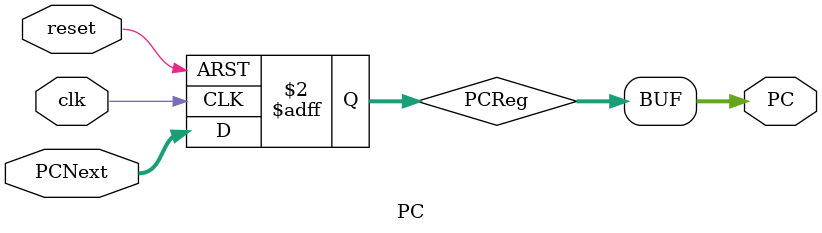
<source format=sv>
`timescale 1ns / 1ps
module PC (	
		input wire 	   clk,reset,
		input wire [31:0]  PCNext,
		output wire [31:0] PC );
   
   reg [31:0] 			   PCReg;

   always@(posedge clk or posedge reset)
     begin
	if (reset) PCReg <= 0;
	else PCReg <= PCNext;
     end	

   assign PC = PCReg;

endmodule
</source>
